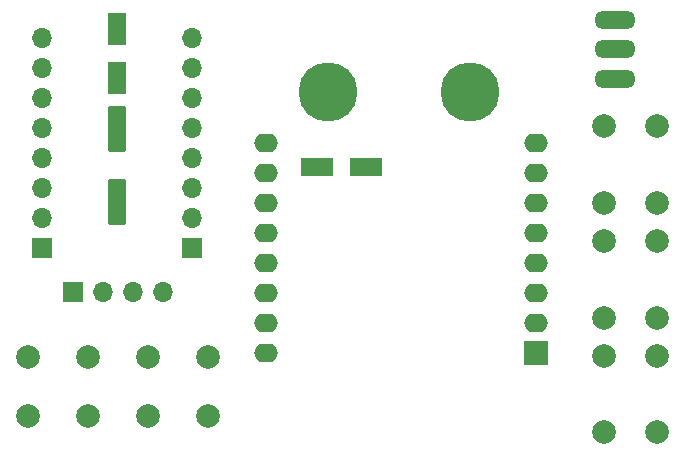
<source format=gts>
%TF.GenerationSoftware,KiCad,Pcbnew,(6.0.5)*%
%TF.CreationDate,2022-11-03T10:23:46+01:00*%
%TF.ProjectId,Photo_table,50686f74-6f5f-4746-9162-6c652e6b6963,rev?*%
%TF.SameCoordinates,Original*%
%TF.FileFunction,Soldermask,Top*%
%TF.FilePolarity,Negative*%
%FSLAX46Y46*%
G04 Gerber Fmt 4.6, Leading zero omitted, Abs format (unit mm)*
G04 Created by KiCad (PCBNEW (6.0.5)) date 2022-11-03 10:23:46*
%MOMM*%
%LPD*%
G01*
G04 APERTURE LIST*
G04 Aperture macros list*
%AMRoundRect*
0 Rectangle with rounded corners*
0 $1 Rounding radius*
0 $2 $3 $4 $5 $6 $7 $8 $9 X,Y pos of 4 corners*
0 Add a 4 corners polygon primitive as box body*
4,1,4,$2,$3,$4,$5,$6,$7,$8,$9,$2,$3,0*
0 Add four circle primitives for the rounded corners*
1,1,$1+$1,$2,$3*
1,1,$1+$1,$4,$5*
1,1,$1+$1,$6,$7*
1,1,$1+$1,$8,$9*
0 Add four rect primitives between the rounded corners*
20,1,$1+$1,$2,$3,$4,$5,0*
20,1,$1+$1,$4,$5,$6,$7,0*
20,1,$1+$1,$6,$7,$8,$9,0*
20,1,$1+$1,$8,$9,$2,$3,0*%
G04 Aperture macros list end*
%ADD10C,0.800000*%
%ADD11C,5.000000*%
%ADD12R,2.000000X2.000000*%
%ADD13O,2.000000X1.600000*%
%ADD14C,2.000000*%
%ADD15RoundRect,0.250000X-1.137500X-0.550000X1.137500X-0.550000X1.137500X0.550000X-1.137500X0.550000X0*%
%ADD16O,3.500000X1.500000*%
%ADD17RoundRect,0.250000X0.550000X-1.712500X0.550000X1.712500X-0.550000X1.712500X-0.550000X-1.712500X0*%
%ADD18RoundRect,0.250000X-0.550000X1.137500X-0.550000X-1.137500X0.550000X-1.137500X0.550000X1.137500X0*%
%ADD19R,1.700000X1.700000*%
%ADD20O,1.700000X1.700000*%
G04 APERTURE END LIST*
D10*
X120000000Y-82325000D03*
X118125000Y-84200000D03*
X121875000Y-84200000D03*
X118674175Y-82874175D03*
D11*
X120000000Y-84200000D03*
D10*
X118674175Y-85525825D03*
X121325825Y-82874175D03*
X120000000Y-86075000D03*
X121325825Y-85525825D03*
D12*
X125545000Y-106340000D03*
D13*
X125545000Y-103800000D03*
X125545000Y-101260000D03*
X125545000Y-98720000D03*
X125545000Y-96180000D03*
X125545000Y-93640000D03*
X125545000Y-91100000D03*
X125545000Y-88560000D03*
X102685000Y-88560000D03*
X102685000Y-91100000D03*
X102685000Y-93640000D03*
X102685000Y-96180000D03*
X102685000Y-98720000D03*
X102685000Y-101260000D03*
X102685000Y-103800000D03*
X102685000Y-106340000D03*
D10*
X109325825Y-85525825D03*
X108000000Y-86075000D03*
X109325825Y-82874175D03*
X106674175Y-85525825D03*
D11*
X108000000Y-84200000D03*
D10*
X106674175Y-82874175D03*
X109875000Y-84200000D03*
X106125000Y-84200000D03*
X108000000Y-82325000D03*
D14*
X131350000Y-103350000D03*
X131350000Y-96850000D03*
X135850000Y-103350000D03*
X135850000Y-96850000D03*
D15*
X107037500Y-90600000D03*
X111162500Y-90600000D03*
D16*
X132250000Y-78100000D03*
X132250000Y-80600000D03*
X132250000Y-83100000D03*
D17*
X90100000Y-93537500D03*
X90100000Y-87362500D03*
D18*
X90100000Y-78887500D03*
X90100000Y-83012500D03*
D14*
X82580000Y-106700000D03*
X82580000Y-111700000D03*
X87660000Y-111700000D03*
X87660000Y-106700000D03*
X92740000Y-106700000D03*
X92740000Y-111700000D03*
X97820000Y-106700000D03*
X97820000Y-111700000D03*
D19*
X86400000Y-101200000D03*
D20*
X88940000Y-101200000D03*
X91480000Y-101200000D03*
X94020000Y-101200000D03*
D19*
X83750000Y-97425000D03*
D20*
X83750000Y-94885000D03*
X83750000Y-92345000D03*
X83750000Y-89805000D03*
X83750000Y-87265000D03*
X83750000Y-84725000D03*
X83750000Y-82185000D03*
X83750000Y-79645000D03*
X96450000Y-79645000D03*
X96450000Y-82185000D03*
X96450000Y-84725000D03*
X96450000Y-87265000D03*
X96450000Y-89805000D03*
X96450000Y-92345000D03*
X96450000Y-94885000D03*
D19*
X96450000Y-97425000D03*
D14*
X131350000Y-113050000D03*
X131350000Y-106550000D03*
X135850000Y-106550000D03*
X135850000Y-113050000D03*
X131350000Y-87150000D03*
X131350000Y-93650000D03*
X135850000Y-93650000D03*
X135850000Y-87150000D03*
M02*

</source>
